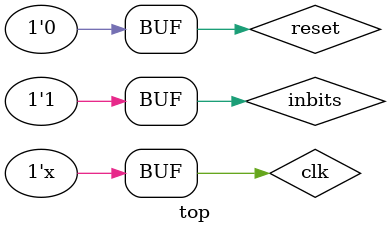
<source format=v>
`timescale 10ns/100ps
module top;

reg [4:0]d;
reg clk;
reg reset;
reg inbits;
wire detect;

initial
begin
	clk = 0;
	reset = 0;
	inbits = 0;
end

initial
begin
reset = 1'b1;
#15 reset = 1'b0;
end

always
begin
#10 clk = ~clk;
end
always
begin
#20 inbits = 1;
#20 inbits = 1;
#20 inbits = 1;
#20 inbits = 1;
#20 inbits = 1;
#20 inbits = 1;
#20 inbits = 1;
#20 inbits = 1;
#20 inbits = 1;
#20 inbits = 1;
#20 inbits = 1;
#20 inbits = 1;
#20 inbits = 1;
#20 inbits = 1;
#20 inbits = 1;
#20 inbits = 1;
#20 inbits = 1;
#20 inbits = 1;
end

pair_detect pd(.clk(clk),.inbits(ibits), .detect(detect), .reset(reset));

initial begin
	$dumpfile("v.vcd");
	$dumpvars();
end

endmodule

</source>
